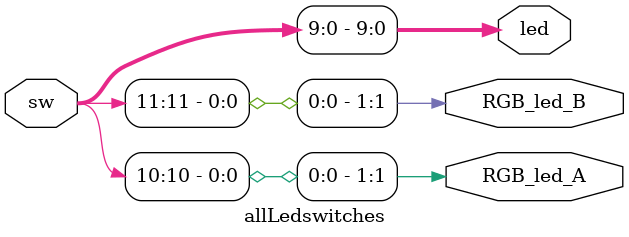
<source format=v>
`timescale 1ns / 1ps

module allLedswitches(
    input [11:0] sw,
    // green LED outputs
    output [0:2] RGB_led_A,
    output [0:2] RGB_led_B,
    output [9:0] led
    );

assign led = sw;
assign RGB_led_A[1] = sw[10];
assign RGB_led_B[1] = sw[11];

endmodule

</source>
